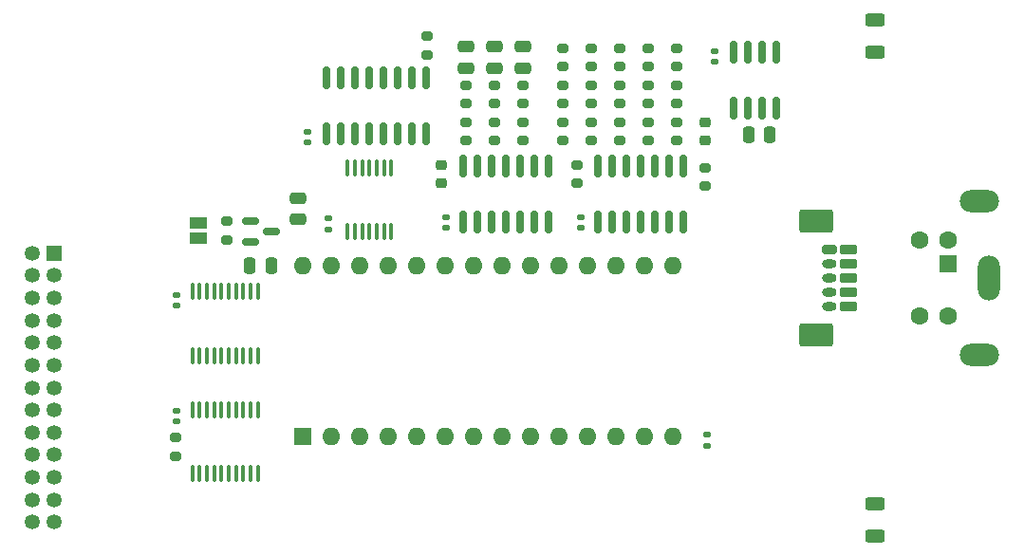
<source format=gbr>
G04 #@! TF.GenerationSoftware,KiCad,Pcbnew,7.0.7-146-g6b43bb8fe3*
G04 #@! TF.CreationDate,2023-09-29T14:39:13+01:00*
G04 #@! TF.ProjectId,Econet_A4,45636f6e-6574-45f4-9134-2e6b69636164,01*
G04 #@! TF.SameCoordinates,Original*
G04 #@! TF.FileFunction,Soldermask,Top*
G04 #@! TF.FilePolarity,Negative*
%FSLAX46Y46*%
G04 Gerber Fmt 4.6, Leading zero omitted, Abs format (unit mm)*
G04 Created by KiCad (PCBNEW 7.0.7-146-g6b43bb8fe3) date 2023-09-29 14:39:13*
%MOMM*%
%LPD*%
G01*
G04 APERTURE LIST*
G04 Aperture macros list*
%AMRoundRect*
0 Rectangle with rounded corners*
0 $1 Rounding radius*
0 $2 $3 $4 $5 $6 $7 $8 $9 X,Y pos of 4 corners*
0 Add a 4 corners polygon primitive as box body*
4,1,4,$2,$3,$4,$5,$6,$7,$8,$9,$2,$3,0*
0 Add four circle primitives for the rounded corners*
1,1,$1+$1,$2,$3*
1,1,$1+$1,$4,$5*
1,1,$1+$1,$6,$7*
1,1,$1+$1,$8,$9*
0 Add four rect primitives between the rounded corners*
20,1,$1+$1,$2,$3,$4,$5,0*
20,1,$1+$1,$4,$5,$6,$7,0*
20,1,$1+$1,$6,$7,$8,$9,0*
20,1,$1+$1,$8,$9,$2,$3,0*%
G04 Aperture macros list end*
%ADD10RoundRect,0.200000X-0.600000X0.200000X-0.600000X-0.200000X0.600000X-0.200000X0.600000X0.200000X0*%
%ADD11RoundRect,0.200000X-0.450000X0.200000X-0.450000X-0.200000X0.450000X-0.200000X0.450000X0.200000X0*%
%ADD12O,1.300000X0.800000*%
%ADD13RoundRect,0.250001X-1.249999X0.799999X-1.249999X-0.799999X1.249999X-0.799999X1.249999X0.799999X0*%
%ADD14RoundRect,0.200000X-0.275000X0.200000X-0.275000X-0.200000X0.275000X-0.200000X0.275000X0.200000X0*%
%ADD15RoundRect,0.200000X0.275000X-0.200000X0.275000X0.200000X-0.275000X0.200000X-0.275000X-0.200000X0*%
%ADD16RoundRect,0.140000X-0.170000X0.140000X-0.170000X-0.140000X0.170000X-0.140000X0.170000X0.140000X0*%
%ADD17RoundRect,0.150000X0.150000X-0.825000X0.150000X0.825000X-0.150000X0.825000X-0.150000X-0.825000X0*%
%ADD18RoundRect,0.225000X-0.250000X0.225000X-0.250000X-0.225000X0.250000X-0.225000X0.250000X0.225000X0*%
%ADD19RoundRect,0.250000X-0.475000X0.250000X-0.475000X-0.250000X0.475000X-0.250000X0.475000X0.250000X0*%
%ADD20RoundRect,0.225000X0.250000X-0.225000X0.250000X0.225000X-0.250000X0.225000X-0.250000X-0.225000X0*%
%ADD21RoundRect,0.150000X-0.587500X-0.150000X0.587500X-0.150000X0.587500X0.150000X-0.587500X0.150000X0*%
%ADD22R,1.350000X1.350000*%
%ADD23C,1.350000*%
%ADD24R,1.600000X1.600000*%
%ADD25O,1.600000X1.600000*%
%ADD26RoundRect,0.250000X0.625000X-0.312500X0.625000X0.312500X-0.625000X0.312500X-0.625000X-0.312500X0*%
%ADD27RoundRect,0.100000X0.100000X-0.637500X0.100000X0.637500X-0.100000X0.637500X-0.100000X-0.637500X0*%
%ADD28RoundRect,0.250000X-0.250000X-0.475000X0.250000X-0.475000X0.250000X0.475000X-0.250000X0.475000X0*%
%ADD29R,1.500000X1.000000*%
%ADD30RoundRect,0.250000X0.475000X-0.250000X0.475000X0.250000X-0.475000X0.250000X-0.475000X-0.250000X0*%
%ADD31RoundRect,0.140000X0.170000X-0.140000X0.170000X0.140000X-0.170000X0.140000X-0.170000X-0.140000X0*%
%ADD32C,1.600000*%
%ADD33O,3.500000X2.000000*%
%ADD34O,2.000000X4.000000*%
G04 APERTURE END LIST*
D10*
X208357000Y-102745000D03*
D11*
X206607000Y-102745000D03*
D10*
X208357000Y-103995000D03*
D12*
X206607000Y-103995000D03*
D10*
X208357000Y-105245000D03*
D12*
X206607000Y-105245000D03*
D10*
X208357000Y-106495000D03*
D12*
X206607000Y-106495000D03*
D10*
X208357000Y-107745000D03*
D12*
X206607000Y-107745000D03*
D13*
X205457000Y-100195000D03*
X205457000Y-110295000D03*
D14*
X195530000Y-95408000D03*
X195530000Y-97058000D03*
X179274000Y-88042000D03*
X179274000Y-89692000D03*
X182830000Y-88042000D03*
X182830000Y-89692000D03*
X182830000Y-91344000D03*
X182830000Y-92994000D03*
X185370000Y-84740000D03*
X185370000Y-86390000D03*
X187910000Y-84740000D03*
X187910000Y-86390000D03*
X190450000Y-84740000D03*
X190450000Y-86390000D03*
X192990000Y-84740000D03*
X192990000Y-86390000D03*
D15*
X190450000Y-89692000D03*
X190450000Y-88042000D03*
X187910000Y-89692000D03*
X187910000Y-88042000D03*
D16*
X161896000Y-99944000D03*
X161896000Y-100904000D03*
X172416000Y-99817000D03*
X172416000Y-100777000D03*
D15*
X185370000Y-92994000D03*
X185370000Y-91344000D03*
X185370000Y-89692000D03*
X185370000Y-88042000D03*
D17*
X173940000Y-100232000D03*
X175210000Y-100232000D03*
X176480000Y-100232000D03*
X177750000Y-100232000D03*
X179020000Y-100232000D03*
X180290000Y-100232000D03*
X181560000Y-100232000D03*
X181560000Y-95282000D03*
X180290000Y-95282000D03*
X179020000Y-95282000D03*
X177750000Y-95282000D03*
X176480000Y-95282000D03*
X175210000Y-95282000D03*
X173940000Y-95282000D03*
D16*
X160097000Y-92173000D03*
X160097000Y-93133000D03*
D14*
X176734000Y-91344000D03*
X176734000Y-92994000D03*
X174194000Y-91344000D03*
X174194000Y-92994000D03*
D17*
X186005000Y-100232000D03*
X187275000Y-100232000D03*
X188545000Y-100232000D03*
X189815000Y-100232000D03*
X191085000Y-100232000D03*
X192355000Y-100232000D03*
X193625000Y-100232000D03*
X193625000Y-95282000D03*
X192355000Y-95282000D03*
X191085000Y-95282000D03*
X189815000Y-95282000D03*
X188545000Y-95282000D03*
X187275000Y-95282000D03*
X186005000Y-95282000D03*
D14*
X187910000Y-91344000D03*
X187910000Y-92994000D03*
D18*
X195530000Y-91394000D03*
X195530000Y-92944000D03*
D15*
X190450000Y-92994000D03*
X190450000Y-91344000D03*
D16*
X195673000Y-119248000D03*
X195673000Y-120208000D03*
D14*
X184100000Y-95154000D03*
X184100000Y-96804000D03*
D15*
X182830000Y-86390000D03*
X182830000Y-84740000D03*
D17*
X161748000Y-92358000D03*
X163018000Y-92358000D03*
X164288000Y-92358000D03*
X165558000Y-92358000D03*
X166828000Y-92358000D03*
X168098000Y-92358000D03*
X169368000Y-92358000D03*
X170638000Y-92358000D03*
X170638000Y-87408000D03*
X169368000Y-87408000D03*
X168098000Y-87408000D03*
X166828000Y-87408000D03*
X165558000Y-87408000D03*
X164288000Y-87408000D03*
X163018000Y-87408000D03*
X161748000Y-87408000D03*
D14*
X179274000Y-91344000D03*
X179274000Y-92994000D03*
D15*
X174194000Y-89692000D03*
X174194000Y-88042000D03*
D19*
X174194000Y-84615000D03*
X174194000Y-86515000D03*
X179274000Y-84615000D03*
X179274000Y-86515000D03*
D15*
X176734000Y-89692000D03*
X176734000Y-88042000D03*
X170765000Y-85337000D03*
X170765000Y-83687000D03*
D20*
X172035000Y-96754000D03*
X172035000Y-95204000D03*
D14*
X192990000Y-91344000D03*
X192990000Y-92994000D03*
D16*
X184481000Y-99817000D03*
X184481000Y-100777000D03*
D15*
X192990000Y-89692000D03*
X192990000Y-88042000D03*
D19*
X176734000Y-84615000D03*
X176734000Y-86515000D03*
D14*
X148270000Y-119476000D03*
X148270000Y-121126000D03*
D21*
X154941000Y-100123000D03*
X154941000Y-102023000D03*
X156816000Y-101073000D03*
D22*
X137475000Y-103029000D03*
D23*
X135475000Y-103029000D03*
X137475000Y-105029000D03*
X135475000Y-105029000D03*
X137475000Y-107029000D03*
X135475000Y-107029000D03*
X137475000Y-109029000D03*
X135475000Y-109029000D03*
X137475000Y-111029000D03*
X135475000Y-111029000D03*
X137475000Y-113029000D03*
X135475000Y-113029000D03*
X137475000Y-115029000D03*
X135475000Y-115029000D03*
X137475000Y-117029000D03*
X135475000Y-117029000D03*
X137475000Y-119029000D03*
X135475000Y-119029000D03*
X137475000Y-121029000D03*
X135475000Y-121029000D03*
X137475000Y-123029000D03*
X135475000Y-123029000D03*
X137475000Y-125029000D03*
X135475000Y-125029000D03*
X137475000Y-127029000D03*
X135475000Y-127029000D03*
D24*
X159615000Y-119347000D03*
D25*
X162155000Y-119347000D03*
X164695000Y-119347000D03*
X167235000Y-119347000D03*
X169775000Y-119347000D03*
X172315000Y-119347000D03*
X174855000Y-119347000D03*
X177395000Y-119347000D03*
X179935000Y-119347000D03*
X182475000Y-119347000D03*
X185015000Y-119347000D03*
X187555000Y-119347000D03*
X190095000Y-119347000D03*
X192635000Y-119347000D03*
X192635000Y-104107000D03*
X190095000Y-104107000D03*
X187555000Y-104107000D03*
X185015000Y-104107000D03*
X182475000Y-104107000D03*
X179935000Y-104107000D03*
X177395000Y-104107000D03*
X174855000Y-104107000D03*
X172315000Y-104107000D03*
X169775000Y-104107000D03*
X167235000Y-104107000D03*
X164695000Y-104107000D03*
X162155000Y-104107000D03*
X159615000Y-104107000D03*
D26*
X210659000Y-128307500D03*
X210659000Y-125382500D03*
D27*
X149775000Y-112179500D03*
X150425000Y-112179500D03*
X151075000Y-112179500D03*
X151725000Y-112179500D03*
X152375000Y-112179500D03*
X153025000Y-112179500D03*
X153675000Y-112179500D03*
X154325000Y-112179500D03*
X154975000Y-112179500D03*
X155625000Y-112179500D03*
X155625000Y-106454500D03*
X154975000Y-106454500D03*
X154325000Y-106454500D03*
X153675000Y-106454500D03*
X153025000Y-106454500D03*
X152375000Y-106454500D03*
X151725000Y-106454500D03*
X151075000Y-106454500D03*
X150425000Y-106454500D03*
X149775000Y-106454500D03*
D28*
X154928500Y-104121000D03*
X156828500Y-104121000D03*
D26*
X210717000Y-85107500D03*
X210717000Y-82182500D03*
D16*
X148382000Y-106777000D03*
X148382000Y-107737000D03*
D29*
X150302000Y-101647000D03*
X150302000Y-100347000D03*
D27*
X149775000Y-122717500D03*
X150425000Y-122717500D03*
X151075000Y-122717500D03*
X151725000Y-122717500D03*
X152375000Y-122717500D03*
X153025000Y-122717500D03*
X153675000Y-122717500D03*
X154325000Y-122717500D03*
X154975000Y-122717500D03*
X155625000Y-122717500D03*
X155625000Y-116992500D03*
X154975000Y-116992500D03*
X154325000Y-116992500D03*
X153675000Y-116992500D03*
X153025000Y-116992500D03*
X152375000Y-116992500D03*
X151725000Y-116992500D03*
X151075000Y-116992500D03*
X150425000Y-116992500D03*
X149775000Y-116992500D03*
D28*
X199406000Y-92423000D03*
X201306000Y-92423000D03*
D16*
X148382000Y-117089000D03*
X148382000Y-118049000D03*
D30*
X159180500Y-99991000D03*
X159180500Y-98091000D03*
D15*
X152842000Y-101822000D03*
X152842000Y-100172000D03*
D27*
X163629000Y-101127500D03*
X164279000Y-101127500D03*
X164929000Y-101127500D03*
X165579000Y-101127500D03*
X166229000Y-101127500D03*
X166879000Y-101127500D03*
X167529000Y-101127500D03*
X167529000Y-95402500D03*
X166879000Y-95402500D03*
X166229000Y-95402500D03*
X165579000Y-95402500D03*
X164929000Y-95402500D03*
X164279000Y-95402500D03*
X163629000Y-95402500D03*
D31*
X196341000Y-85938500D03*
X196341000Y-84978500D03*
D17*
X198070000Y-90072000D03*
X199340000Y-90072000D03*
X200610000Y-90072000D03*
X201880000Y-90072000D03*
X201880000Y-85122000D03*
X200610000Y-85122000D03*
X199340000Y-85122000D03*
X198070000Y-85122000D03*
D24*
X217169000Y-103945000D03*
D32*
X217169000Y-101845000D03*
X217169000Y-108645000D03*
X214669000Y-101845000D03*
X214669000Y-108645000D03*
D33*
X220019000Y-112095000D03*
D34*
X220819000Y-105245000D03*
D33*
X220019000Y-98395000D03*
M02*

</source>
